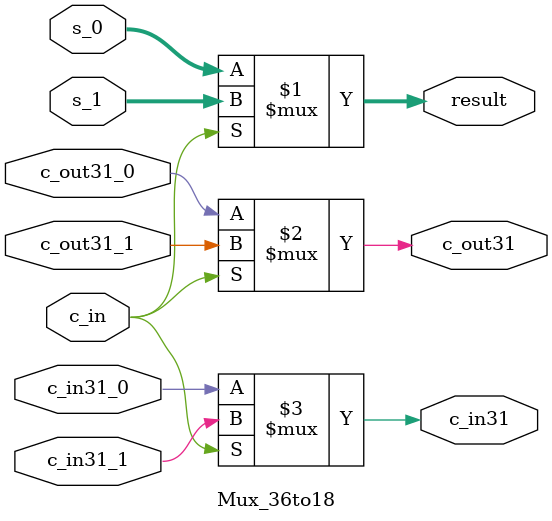
<source format=v>



module Mux_36to18(s_0, s_1, c_out31_0, c_out31_1, c_in31_0, c_in31_1, c_in, result, c_out31, c_in31);
	input [15:0] s_0, s_1;
	input c_out31_0, c_out31_1, c_in31_0, c_in31_1, c_in;
	
	output [15:0] result;
	output c_out31, c_in31;
	
	assign result = c_in ? s_1 : s_0;
	assign c_out31 = c_in ? c_out31_1 : c_out31_0;
	assign c_in31 = c_in ? c_in31_1 : c_in31_0;

endmodule
</source>
